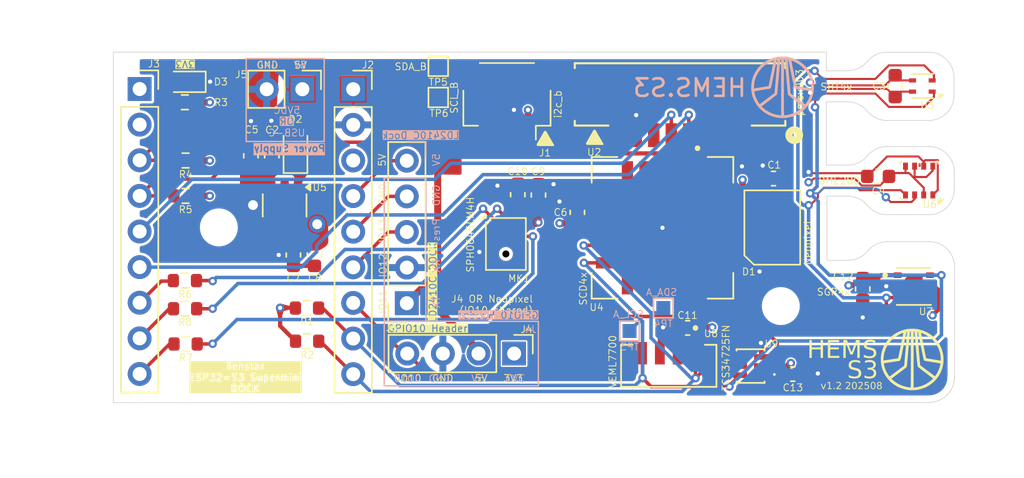
<source format=kicad_pcb>
(kicad_pcb (version 20241229) (generator "pcbnew") (generator_version "9.0")
  (title_block (title "Home Environmental Monitoring Suite") (date "2025-04-29") (rev "0.1r7") (comment 4 "AISLER Project ID: HXTEXJZG"))
  (layers (0 "F.Cu" signal) (4 "In1.Cu" signal) (6 "In2.Cu" signal) (2 "B.Cu" signal) (13 "F.Paste" user) (15 "B.Paste" user) (5 "F.SilkS" user "F.Silkscreen") (7 "B.SilkS" user "B.Silkscreen") (1 "F.Mask" user) (3 "B.Mask" user) (25 "Edge.Cuts" user))
  (net 0 "")
  (net 1 "GND")
  (net 2 "+5V")
  (net 3 "+3.3V")
  (net 4 "/I2S_WS")
  (net 5 "/I2S_SCK ")
  (net 6 "/I2S_SD")
  (net 7 "/UART_B_RX")
  (net 8 "/UART_B_TX")
  (net 9 "/UART_A_TX")
  (net 10 "/UART_A_RX")
  (net 11 "/I2C_B_SCL")
  (net 12 "/I2C_A_SDA")
  (net 13 "/IO10")
  (net 14 "/I2C_A_SCL")
  (net 15 "/I2C_B_SDA")
  (net 16 "/PRESENCE")
  (net 34 "unconnected-(U7-EXP-Pad7)")
  (net 42 "Net-(MK1-WS)")
  (net 43 "Net-(MK1-BCLK)")
  (net 44 "Net-(MK1-DATA)")
  (net 45 "Net-(D3-A)")
  (footprint "Custom_Modules:XDCR_SCD41-D-R2" (layer "F.Cu") (at 130.64 77.7 -90)
    (property "Reference" "U4")
    (property "Value" "SCD41-D-R2")
  )
  (footprint "Connector_PinSocket_2.54mm:PinSocket_1x09_P2.54mm_Vertical" (layer "F.Cu") (at 93.3546 67.804)
    (property "Reference" "J3")
    (property "Value" "ESP32-S3 Supermini LHS")
  )
  (footprint "Connector_PinSocket_2.54mm:PinSocket_1x09_P2.54mm_Vertical" (layer "F.Cu") (at 108.5832 67.818)
    (property "Reference" "J2")
    (property "Value" "ESP32-S3 Supermini RHS")
  )
  (footprint "Capacitor_SMD:C_0603_1608Metric" (layer "F.Cu") (at 101.29 72.565 90)
    (property "Reference" "C5")
    (property "Value" "4.7uF")
  )
  (footprint "Resistor_SMD:R_0603_1608Metric" (layer "F.Cu") (at 105.2985 85.7885)
    (property "Reference" "R2")
    (property "Value" "4.7k")
  )
  (footprint "Custom_Modules:XDCR_SGP41-D-R4" (layer "F.Cu") (at 148.5669 81.8794)
    (property "Reference" "U7")
    (property "Value" "SGP41-D-R4")
  )
  (footprint "Diode_SMD:D_SOD-323" (layer "F.Cu") (at 104.4684 72.1868 90)
    (property "Reference" "D2")
    (property "Value" "PESD5V0S1UL")
  )
  (footprint "Capacitor_SMD:C_0603_1608Metric" (layer "F.Cu") (at 146.01918 74.0356 180)
    (property "Reference" "C4")
    (property "Value" "100nF")
  )
  (footprint "Resistor_SMD:R_0603_1608Metric" (layer "F.Cu") (at 96.583 81.4652 180)
    (property "Reference" "R6")
    (property "Value" "51Ω")
  )
  (footprint "MountingHole:MountingHole_2.2mm_M2" (layer "F.Cu") (at 139.078 83.2812)
    (property "Reference" "H2" (hide yes))
    (property "Value" "MountingHole" (hide yes))
  )
  (footprint "Connector_PinHeader_2.54mm:PinHeader_1x04_P2.54mm_Vertical" (layer "F.Cu") (at 120.06 86.67 -90)
    (property "Reference" "J4")
    (property "Value" "IO10")
  )
  (footprint "LED_SMD:LED_0603_1608Metric" (layer "F.Cu") (at 96.5818 67.2892 180)
    (property "Reference" "D3")
    (property "Value" "3V3 LED")
  )
  (footprint "Capacitor_SMD:C_0603_1608Metric" (layer "F.Cu") (at 124.57 76.601 90)
    (property "Reference" "C6")
    (property "Value" "100nF")
  )
  (footprint "Sensor_Humidity:Sensirion_DFN-4_1.5x1.5mm_P0.8mm_SHT4x_NoCentralPad" (layer "F.Cu") (at 149.1725 67.59 180)
    (property "Reference" "U3")
    (property "Value" "SHT4x")
  )
  (footprint "Package_TO_SOT_SMD:SOT-23-5" (layer "F.Cu") (at 103.6938 76.1036 -90)
    (property "Reference" "U5")
    (property "Value" "AP2112K-3.3")
  )
  (footprint "Capacitor_SMD:C_0603_1608Metric" (layer "F.Cu") (at 121.795 75.365 90)
    (property "Reference" "C9")
    (property "Value" "100nF")
  )
  (footprint "Capacitor_SMD:C_0603_1608Metric" (layer "F.Cu") (at 139.93 88.13)
    (property "Reference" "C13")
    (property "Value" "100nF")
  )
  (footprint "Sensor_Audio:Knowles_SPH0645LM4H-6_3.5x2.65mm" (layer "F.Cu") (at 119.473197 78.854)
    (property "Reference" "MK1")
    (property "Value" "SPH0645LM4H")
  )
  (footprint "Resistor_SMD:R_0603_1608Metric" (layer "F.Cu") (at 96.5936 83.4718 180)
    (property "Reference" "R8")
    (property "Value" "51Ω")
  )
  (footprint "Resistor_SMD:R_0603_1608Metric" (layer "F.Cu") (at 96.5794 68.7492 180)
    (property "Reference" "R3")
    (property "Value" "2.2k")
  )
  (footprint "TestPoint:TestPoint_Pad_1.0x1.0mm" (layer "F.Cu") (at 114.65 66.18)
    (property "Reference" "TP5")
    (property "Value" "TP_SDA")
  )
  (footprint "Capacitor_SMD:C_0603_1608Metric" (layer "F.Cu") (at 132.435 84.84 180)
    (property "Reference" "C11")
    (property "Value" "100nF")
  )
  (footprint "Capacitor_SMD:C_0603_1608Metric" (layer "F.Cu") (at 144.92 82.062 -90)
    (property "Reference" "C12")
    (property "Value" "100nF")
  )
  (footprint "Custom_Modules:XDCR_VEML7700-TT" (layer "F.Cu") (at 131.0876 87.5438 -90)
    (property "Reference" "U8")
    (property "Value" "VEML7700-TT")
  )
  (footprint "Capacitor_SMD:C_0603_1608Metric" (layer "F.Cu") (at 138.557 74.188 180)
    (property "Reference" "C1")
    (property "Value" "100nF")
  )
  (footprint "TestPoint:TestPoint_Pad_1.0x1.0mm" (layer "F.Cu") (at 114.65 68.4044)
    (property "Reference" "TP6")
    (property "Value" "TP_SCL")
  )
  (footprint "Resistor_SMD:R_0603_1608Metric" (layer "F.Cu") (at 96.63 75.425 180)
    (property "Reference" "R5")
    (property "Value" "4.7k")
  )
  (footprint "LED_SMD:LED_WS2812B-Mini_PLCC4_3.5x3.5mm" (layer "F.Cu") (at 138.469 77.681 -90)
    (property "Reference" "D1")
    (property "Value" "WS2812B")
  )
  (footprint "Connector_PinHeader_2.54mm:PinHeader_1x02_P2.54mm_Vertical" (layer "F.Cu") (at 104.9578 67.818 -90)
    (property "Reference" "J5")
    (property "Value" "5V power supply")
  )
  (footprint "Package_LGA:Bosch_LGA-8_2.5x2.5mm_P0.65mm_ClockwisePinNumbering" (layer "F.Cu") (at 148.94538 74.3314 180)
    (property "Reference" "U6")
    (property "Value" "BME280")
  )
  (footprint "Custom_Modules:APG" (layer "F.Cu") (at 148.45 87.09)
    (property "Reference" "G***" (hide yes))
    (property "Value" "LOGO" (hide yes))
  )
  (footprint "Custom_Modules:SON65P200X240X70-6N" (layer "F.Cu") (at 136.92 87.56 180)
    (property "Reference" "U9")
    (property "Value" "TCS34725FN")
  )
  (footprint "Capacitor_SMD:C_0603_1608Metric" (layer "F.Cu") (at 102.78 72.565 90)
    (property "Reference" "C2")
    (property "Value" "100nF")
  )
  (footprint "Capacitor_SMD:C_0603_1608Metric" (layer "F.Cu") (at 104.32 79.64 -90)
    (property "Reference" "C7")
    (property "Value" "4.7uF")
  )
  (footprint "Connector_JST:JST_SH_SM04B-SRSS-TB_1x04-1MP_P1.00mm_Horizontal" (layer "F.Cu") (at 119.5482 68.6351 180)
    (property "Reference" "J1")
    (property "Value" "I2C_B QWIIC")
  )
  (footprint "MountingHole:MountingHole_2.2mm_M2" (layer "F.Cu") (at 99.0038 77.671)
    (property "Reference" "H1" (hide yes))
    (property "Value" "MountingHole")
  )
  (footprint "Custom_Modules:CONN_532610001-SD_08_MOL" (layer "F.Cu") (at 131.8922 68.1881)
    (property "Reference" "U2")
    (property "Value" "0532610871")
  )
  (footprint "Capacitor_SMD:C_0603_1608Metric" (layer "F.Cu") (at 120.32 75.34 90)
    (property "Reference" "C10")
    (property "Value" "200pF")
  )
  (footprint "Capacitor_SMD:C_0603_1608Metric" (layer "F.Cu") (at 147.2367 67.5988 -90)
    (property "Reference" "C3")
    (property "Value" "100nF")
  )
  (footprint "Resistor_SMD:R_0603_1608Metric" (layer "F.Cu") (at 96.6338 85.9864 180)
    (property "Reference" "R7")
    (property "Value" "51Ω")
  )
  (footprint "Resistor_SMD:R_0603_1608Metric" (layer "F.Cu") (at 105.2883 83.4263)
    (property "Reference" "R1")
    (property "Value" "4.7k")
  )
  (footprint "Resistor_SMD:R_0603_1608Metric" (layer "F.Cu") (at 96.63 72.9 180)
    (property "Reference" "R4")
    (property "Value" "4.7k")
  )
  (footprint "Connector_PinSocket_2.54mm:PinSocket_1x05_P2.54mm_Vertical" (layer "F.Cu") (at 112.408 83.078 180)
    (property "Reference" "J6")
    (property "Value" "Conn_01x05_Socket")
  )
  (footprint "Capacitor_SMD:C_0603_1608Metric" (layer "F.Cu") (at 105.82 79.64 -90)
    (property "Reference" "C8")
    (property "Value" "100nF")
  )
  (footprint "TestPoint:TestPoint_Pad_1.0x1.0mm" (layer "B.Cu") (at 130.7 83.42 180)
    (property "Reference" "TP4")
    (property "Value" "TP_SCL")
  )
  (footprint "Custom_Modules:APG" (layer "B.Cu") (at 139.2 67.6812 180)
    (property "Reference" "G***" (hide yes))
    (property "Value" "LOGO" (hide yes))
  )
  (footprint "TestPoint:TestPoint_Pad_1.0x1.0mm" (layer "B.Cu") (at 128.29 85.06 180)
    (property "Reference" "TP3")
    (property "Value" "TP_SDA")
  )
  (gr_line (start 151.072185 75.982127) (end 151.072113 75.982046) (stroke (width 0.0001)) (layer "F.SilkS"))
  (gr_line (start 151.072113 75.982046) (end 151.134577 75.930021) (stroke (width 0.0001)) (layer "F.SilkS"))
  (gr_poly (pts (xy 125.284 71.69) (xy 126.3 71.69) (xy 125.792 70.801)) (stroke (width 0.2)) (fill yes) (layer "F.SilkS"))
  (gr_line (start 151.134577 75.930021) (end 151.072185 75.982127) (stroke (width 0.0001)) (layer "F.SilkS"))
  (gr_poly (pts (xy 121.765646 71.770631) (xy 122.781646 71.770631) (xy 122.273646 70.881631)) (stroke (width 0.2)) (fill yes) (layer "F.SilkS"))
  (gr_rect (start 110.7956 74.14) (end 113.77 84.3734) (stroke (width 0.1)) (fill no) (layer "B.SilkS"))
  (gr_line (start 112.44 71.55) (end 113.77 71.55) (stroke (width 0.1)) (layer "B.SilkS"))
  (gr_rect (start 110.7956 84.3734) (end 121.7884 88.9708) (stroke (width 0.1)) (fill no) (layer "B.SilkS"))
  (gr_rect (start 100.9526 65.6282) (end 106.5152 71.5464) (stroke (width 0.1)) (fill no) (layer "B.SilkS"))
  (gr_line (start 113.77 71.55) (end 113.77 72.64) (stroke (width 0.1)) (layer "B.SilkS"))
  (gr_arc (start 145.240008 65.84) (mid 145.865745 65.352009) (end 146.640008 65.178232) (stroke (width 0.05)) (layer "Edge.Cuts"))
  (gr_arc (start 143.8552 75.441463) (mid 144.629464 75.615238) (end 145.2552 76.103231) (stroke (width 0.05)) (layer "Edge.Cuts"))
  (gr_arc (start 145.284263 79.350001) (mid 144.658526 79.837992) (end 143.884263 80.011769) (stroke (width 0.05)) (layer "Edge.Cuts"))
  (gr_line (start 143.82 68.715) (end 142.32 68.715) (stroke (width 0.05)) (layer "Edge.Cuts"))
  (gr_arc (start 143.84 68.720863) (mid 144.614264 68.894638) (end 145.24 69.382631) (stroke (width 0.05)) (layer "Edge.Cuts"))
  (gr_line (start 149.63 65.18) (end 146.63 65.18) (stroke (width 0.05)) (layer "Edge.Cuts"))
  (gr_arc (start 149.645 71.904999) (mid 150.917793 72.432207) (end 151.445 73.704999) (stroke (width 0.05)) (layer "Edge.Cuts"))
  (gr_arc (start 145.255208 72.565) (mid 144.629471 73.052991) (end 143.855208 73.226768) (stroke (width 0.05)) (layer "Edge.Cuts"))
  (gr_line (start 151.445 73.705007) (end 151.445 74.955007) (stroke (width 0.05)) (layer "Edge.Cuts"))
  (gr_line (start 143.83 66.501767) (end 142.33 66.501767) (stroke (width 0.05)) (layer "Edge.Cuts"))
  (gr_line (start 143.87 80.02) (end 142.37 80.02) (stroke (width 0.05)) (layer "Edge.Cuts"))
  (gr_line (start 91.476105 90.175) (end 91.476105 65.175) (stroke (width 0.05)) (layer "Edge.Cuts"))
  (gr_arc (start 151.445 74.965) (mid 150.917792 76.237792) (end 149.645 76.765) (stroke (width 0.05)) (layer "Edge.Cuts"))
  (gr_line (start 149.644992 76.765) (end 146.644992 76.765) (stroke (width 0.05)) (layer "Edge.Cuts"))
  (gr_line (start 142.37 80.015) (end 142.37 75.44) (stroke (width 0.05)) (layer "Edge.Cuts"))
  (gr_line (start 143.841199 73.226768) (end 142.3412 73.228624) (stroke (width 0.05)) (layer "Edge.Cuts"))
  (gr_arc (start 145.259472 72.564999) (mid 145.885209 72.077008) (end 146.659472 71.903231) (stroke (width 0.05)) (layer "Edge.Cuts"))
  (gr_line (start 142.32 73.229115) (end 142.32 68.715) (stroke (width 0.05)) (layer "Edge.Cuts"))
  (gr_line (start 151.43 66.980008) (end 151.43 68.230008) (stroke (width 0.05)) (layer "Edge.Cuts"))
  (gr_arc (start 151.43 68.2444) (mid 150.902792 69.517192) (end 149.63 70.0444) (stroke (width 0.05)) (layer "Edge.Cuts"))
  (gr_arc (start 149.67 78.69) (mid 150.942792 79.217208) (end 151.47 80.49) (stroke (width 0.05)) (layer "Edge.Cuts"))
  (gr_arc (start 145.284263 79.35) (mid 145.91 78.862008) (end 146.684263 78.688232) (stroke (width 0.05)) (layer "Edge.Cuts"))
  (gr_arc (start 151.460008 88.35) (mid 150.9328 89.622792) (end 149.660008 90.15) (stroke (width 0.05)) (layer "Edge.Cuts"))
  (gr_line (start 143.892 75.44) (end 142.392 75.44) (stroke (width 0.05)) (layer "Edge.Cuts"))
  (gr_line (start 151.47 80.49) (end 151.47 88.35) (stroke (width 0.05)) (layer "Edge.Cuts"))
  (gr_arc (start 149.63 65.18) (mid 150.902792 65.707208) (end 151.43 66.98) (stroke (width 0.05)) (layer "Edge.Cuts"))
  (gr_arc (start 146.659464 76.765) (mid 145.8852 76.591224) (end 145.259464 76.103232) (stroke (width 0.05)) (layer "Edge.Cuts"))
  (gr_line (start 149.629992 70.0444) (end 146.629992 70.0444) (stroke (width 0.05)) (layer "Edge.Cuts"))
  (gr_line (start 91.48 65.1764) (end 142.32999 65.1764) (stroke (width 0.05)) (layer "Edge.Cuts"))
  (gr_arc (start 146.64 70.0444) (mid 145.865736 69.870624) (end 145.24 69.382632) (stroke (width 0.05)) (layer "Edge.Cuts"))
  (gr_line (start 149.645 71.904999) (end 146.645 71.904999) (stroke (width 0.05)) (layer "Edge.Cuts"))
  (gr_line (start 142.32999 65.177282) (end 142.32999 66.490882) (stroke (width 0.05)) (layer "Edge.Cuts"))
  (gr_line (start 149.67 78.69) (end 146.67 78.69) (stroke (width 0.05)) (layer "Edge.Cuts"))
  (gr_arc (start 145.240008 65.840001) (mid 144.614271 66.327992) (end 143.840008 66.501769) (stroke (width 0.05)) (layer "Edge.Cuts"))
  (gr_line (start 149.660008 90.158709) (end 91.476105 90.175) (stroke (width 0.05)) (layer "Edge.Cuts"))
  (gr_text "v1.2 202508" (at 141.91 89.29 0) (layer "F.SilkS") (effects (font (size 0.5 0.5) (thickness 0.09375)) (justify left bottom)))
  (gr_text "SCL_B" (at 116.078 69.596 90) (layer "F.SilkS") (effects (font (size 0.5 0.5) (thickness 0.0625)) (justify left bottom)))
  (gr_text "GND" (at 110.99 76.1 90) (layer "F.SilkS") (effects (font (size 0.5 0.5) (thickness 0.0625)) (justify left bottom)))
  (gr_text "TCS34725FN" (at 135.46 89.35 90) (layer "F.SilkS") (effects (font (size 0.5 0.5) (thickness 0.0625)) (justify left bottom)))
  (gr_text "i2c_b" (at 123.4824 69.9208 90) (layer "F.SilkS") (effects (font (size 0.5 0.5) (thickness 0.0625)) (justify left bottom)))
  (gr_text "GPIO10 Header" (at 111.01 85.17 0) (layer "F.SilkS" knockout) (effects (font (size 0.5 0.5) (thickness 0.0625)) (justify left bottom)))
  (gr_text "IO11" (at 111 83.88 90) (layer "F.SilkS") (effects (font (size 0.5 0.5) (thickness 0.0625)) (justify left bottom)))
  (gr_text "3V3" (at 97.3204 65.7298 180) (layer "F.SilkS" knockout) (effects (font (size 0.5 0.5) (thickness 0.0625)) (justify left bottom)))
  (gr_text "IO13" (at 110.99 78.82 90) (layer "F.SilkS") (effects (font (size 0.5 0.5) (thickness 0.0625)) (justify left bottom)))
  (gr_text "IO12" (at 111 81.28 90) (layer "F.SilkS") (effects (font (size 0.5 0.5) (thickness 0.0625)) (justify left bottom)))
  (gr_text "GND   5V" (at 101.674 66.3892 0) (layer "F.SilkS") (effects (font (size 0.5 0.5) (thickness 0.0625)) (justify left bottom)))
  (gr_text "VEML7700" (at 127.38 89.16 90) (layer "F.SilkS") (effects (font (size 0.5 0.5) (thickness 0.0625)) (justify left bottom)))
  (gr_text "SGP4x" (at 141.618 82.57 0) (layer "F.SilkS") (effects (font (size 0.5 0.5) (thickness 0.0625)) (justify left bottom)))
  (gr_text "J4 OR Neopixel\n(IO10 shared)" (at 121.4504 83.1796 0) (layer "F.SilkS") (effects (font (size 0.5 0.5) (thickness 0.0625)) (justify right)))
  (gr_text "HEMS" (at 140.946029 87.192 0) (layer "F.SilkS") (effects (font (size 1.25 1.25) (thickness 0.1875)) (justify left bottom)))
  (gr_text "S3" (at 143.8024 88.64 0) (layer "F.SilkS") (effects (font (size 1.25 1.25) (thickness 0.1875)) (justify left bottom)))
  (gr_text "SPH0645LM4H" (at 117.234 80.919 90) (layer "F.SilkS") (effects (font (size 0.5 0.5) (thickness 0.0625)) (justify left bottom)))
  (gr_text "BME280" (at 141.72 74.64 0) (layer "F.SilkS") (effects (font (size 0.5 0.5) (thickness 0.0625)) (justify left bottom)))
  (gr_text "SHT4x" (at 141.86 67.94 0) (layer "F.SilkS") (effects (font (size 0.5 0.5) (thickness 0.0625)) (justify left bottom)))
  (gr_text "SDA_B" (at 111.506 66.4972 0) (layer "F.SilkS") (effects (font (size 0.5 0.5) (thickness 0.0625)) (justify left bottom)))
  (gr_text "SCD4x" (at 125.28 83.27 90) (layer "F.SilkS") (effects (font (size 0.5 0.5) (thickness 0.0625)) (justify left bottom)))
  (gr_text "IO10  GND    5V   3V3" (at 111.69 88.73 0) (layer "F.SilkS") (effects (font (size 0.5 0.5) (thickness 0.0625)) (justify left bottom)))
  (gr_text "5V" (at 110.94 73.36 90) (layer "F.SilkS") (effects (font (size 0.5 0.5) (thickness 0.0625)) (justify left bottom)))
  (gr_text "Tenstar\nESP32-S3 Supermini\nDOCK" (at 100.9 89.47 0) (layer "F.SilkS" knockout) (effects (font (size 0.5 0.5) (thickness 0.0625)) (justify bottom)))
  (gr_text "Neopixel" (at 141.29 80.41 90) (layer "F.SilkS") (effects (font (size 0.5 0.5) (thickness 0.0625)) (justify left bottom)))
  (gr_text "pmsx003" (at 140.72 69.78 90) (layer "F.SilkS") (effects (font (size 0.5 0.5) (thickness 0.0625)) (justify left bottom)))
  (gr_text "LD2410C DOCK" (at 114.56 81.59 90) (layer "F.SilkS" knockout) (effects (font (size 0.5 0.5) (thickness 0.0625)) (justify bottom)))
  (gr_text "OR" (at 103.85 70.12 0) (layer "B.SilkS" knockout) (effects (font (size 0.5 0.5) (thickness 0.0625)) (justify mirror)))
  (gr_text "LD2410C Dock" (at 113.41 71.41 0) (layer "B.SilkS" knockout) (effects (font (size 0.5 0.5) (thickness 0.0625)) (justify bottom mirror)))
  (gr_text "3V3    5V    GND  IO10" (at 120.86 88.7422 0) (layer "B.SilkS") (effects (font (size 0.5 0.5) (thickness 0.0625)) (justify left bottom mirror)))
  (gr_text "Pres" (at 114.8 76.99 90) (layer "B.SilkS") (effects (font (size 0.5 0.5) (thickness 0.0625)) (justify left bottom mirror)))
  (gr_text "SDA_A" (at 131.72 82.59 0) (layer "B.SilkS") (effects (font (size 0.5 0.5) (thickness 0.0625)) (justify left bottom mirror)))
  (gr_text "5VDC\n\nUSB-C" (at 103.8482 70.124 0) (layer "B.SilkS") (effects (font (size 0.5 0.5) (thickness 0.0625)) (justify mirror)))
  (gr_text "GPIO10 Header" (at 121.85 84.23 0) (layer "B.SilkS" knockout) (effects (font (size 0.5 0.5) (thickness 0.0625)) (justify left bottom mirror)))
  (gr_text "GND" (at 114.8 74.58 90) (layer "B.SilkS") (effects (font (size 0.5 0.5) (thickness 0.0625)) (justify left bottom mirror)))
  (gr_text "TX" (at 114.8 82.54 90) (layer "B.SilkS") (effects (font (size 0.5 0.5) (thickness 0.0625)) (justify left bottom mirror)))
  (gr_text "RX" (at 114.8 79.9 90) (layer "B.SilkS") (effects (font (size 0.5 0.5) (thickness 0.0625)) (justify left bottom mirror)))
  (gr_text "5V   GND" (at 103.4672 66.0854 0) (layer "B.SilkS") (effects (font (size 0.5 0.5) (thickness 0.0625)) (justify mirror)))
  (gr_text "HEMS.S3" (at 136.72 68.45 0) (layer "B.SilkS") (effects (font (size 1.25 1.25) (thickness 0.1875)) (justify left bottom mirror)))
  (gr_text "SCL_A" (at 129.35 84.16 0) (layer "B.SilkS") (effects (font (size 0.5 0.5) (thickness 0.0625)) (justify left bottom mirror)))
  (gr_text "5V" (at 114.8 72.36 90) (layer "B.SilkS") (effects (font (size 0.5 0.5) (thickness 0.0625)) (justify left bottom mirror)))
  (gr_text "Power Supply" (at 106.65 72.33 0) (layer "B.SilkS" knockout) (effects (font (size 0.5 0.5) (thickness 0.1) (bold yes)) (justify left bottom mirror)))
  (gr_text "J4" (at 121.7044 85.237 0) (layer "B.SilkS") (effects (font (size 0.5 0.5) (thickness 0.0625)) (justify left bottom mirror)))
  (segment (start 149.92038 75.3564) (end 150.27138 75.0054) (width 0.15) (layer "F.Cu") (net 1))
  (segment (start 125.196 75.2) (end 124.57 75.826) (width 0.3) (layer "F.Cu") (net 1))
  (segment (start 137.782 74.188) (end 137.782 73.268) (width 0.3) (layer "F.Cu") (net 1))
  (segment (start 146.66658 72.6132) (end 145.24418 74.0356) (width 0.15) (layer "F.Cu") (net 1))
  (segment (start 137.579 80.801) (end 137.56 80.82) (width 0.3) (layer "F.Cu") (net 1))
  (segment (start 148.888774 72.6132) (end 146.66658 72.6132) (width 0.15) (layer "F.Cu") (net 1))
  (segment (start 150.27138 75.0054) (end 150.27138 72.8804) (width 0.15) (layer "F.Cu") (net 1))
  (segment (start 130.4526 85.0274) (end 130.68 84.8) (width 0.3) (layer "F.Cu") (net 1))
  (segment (start 103.242799 76.0796) (end 101.6302 76.0796) (width 0.5) (layer "F.Cu") (net 1))
  (segment (start 103.27 79.64) (end 103.545 79.64) (width 0.3) (layer "F.Cu") (net 1))
  (segment (start 121.795 74.59) (end 122.87 74.59) (width 0.3) (layer "F.Cu") (net 1))
  (segment (start 145.012935 73.804355) (end 145.24418 74.0356) (width 0.15) (layer "F.Cu") (net 1))
  (segment (start 137.67 86.91) (end 137.67 85.92) (width 0.3) (layer "F.Cu") (net 1))
  (segment (start 146.6043 81.867902) (end 146.5983 81.867902) (width 0.3) (layer "F.Cu") (net 1))
  (segment (start 137.67 85.92) (end 137.66 85.91) (width 0.3) (layer "F.Cu") (net 1))
  (segment (start 150.27138 72.8804) (end 149.384786 72.8804) (width 0.15) (layer "F.Cu") (net 1))
  (segment (start 130.72 84.84) (end 130.68 84.8) (width 0.3) (layer "F.Cu") (net 1))
  (segment (start 98.3793 67.2792) (end 97.4299 67.2792) (width 0.3) (layer "F.Cu") (net 1))
  (segment (start 103.6938 75.628599) (end 103.242799 76.0796) (width 0.5) (layer "F.Cu") (net 1))
  (segment (start 144.92 82.837) (end 144.92 84.094) (width 0.3) (layer "F.Cu") (net 1))
  (segment (start 137.579 79.321) (end 137.579 80.801) (width 0.3) (layer "F.Cu") (net 1))
  (segment (start 103.545 79.64) (end 104.32 80.415) (width 0.3) (layer "F.Cu") (net 1))
  (segment (start 118.87 74.696) (end 119.97 74.696) (width 0.3) (layer "F.Cu") (net 1))
  (segment (start 141.424 67.796) (end 146.6589 67.796) (width 0.15) (layer "F.Cu") (net 1))
  (segment (start 146.5267 81.796302) (end 146.5983 81.867902) (width 0.3) (layer "F.Cu") (net 1))
  (segment (start 146.6589 67.796) (end 147.2367 68.3738) (width 0.15) (layer "F.Cu") (net 1))
  (segment (start 148.974 73.292234) (end 148.974 73.165234) (width 0.15) (layer "F.Cu") (net 1))
  (segment (start 124.57 75.826) (end 123.295 75.826) (width 0.3) (layer "F.Cu") (net 1))
  (segment (start 149.85958 75.2548) (end 149.85958 75.163055) (width 0.15) (layer "F.Cu") (net 1))
  (segment (start 141.158417 73.72) (end 141.242772 73.804355) (width 0.15) (layer "F.Cu") (net 1))
  (segment (start 140.9296 88.1) (end 141.7096 88.1) (width 0.3) (layer "F.Cu") (net 1))
  (segment (start 104.4684 71.1368) (end 104.4668 71.1368) (width 0.3) (layer "F.Cu") (net 1))
  (segment (start 147.6205 67.99) (end 148.4725 67.99) (width 0.15) (layer "F.Cu") (net 1))
  (segment (start 147.4054 81.867902) (end 147.4169 81.879402) (width 0.3) (layer "F.Cu") (net 1))
  (segment (start 105.82 80.415) (end 104.32 80.415) (width 0.3) (layer "F.Cu") (net 1))
  (segment (start 103.6938 75.628599) (end 103.6938 74.9661) (width 0.5) (layer "F.Cu") (net 1))
  (segment (start 126.64 75.2) (end 125.196 75.2) (width 0.3) (layer "F.Cu") (net 1))
  (segment (start 128.8894 78.61) (end 128.8894 78.352418) (width 0.3) (layer "F.Cu") (net 1))
  (segment (start 137.782 73.268) (end 137.79 73.26) (width 0.3) (layer "F.Cu") (net 1))
  (segment (start 149.384786 72.8804) (end 149.27038 72.994806) (width 0.15) (layer "F.Cu") (net 1))
  (segment (start 147.2367 68.3738) (end 147.6205 67.99) (width 0.15) (layer "F.Cu") (net 1))
  (segment (start 146.6043 81.867902) (end 147.4054 81.867902) (width 0.3) (layer "F.Cu") (net 1))
  (segment (start 149.27038 72.994806) (end 148.888774 72.6132) (width 0.15) (layer "F.Cu") (net 1))
  (segment (start 131.66 84.84) (end 130.72 84.84) (width 0.3) (layer "F.Cu") (net 1))
  (segment (start 128.7656 69.6668) (end 128.7656 71.1634) (width 0.3) (layer "F.Cu") (net 1))
  (segment (start 134.64 75.2) (end 134.6426 75.1974) (width 0.3) (layer "F.Cu") (net 1))
  (segment (start 120.0482 69.2901) (end 120.0482 70.6351) (width 0.3) (layer "F.Cu") (net 1))
  (segment (start 130.4526 86.6438) (end 130.4526 85.0274) (width 0.3) (layer "F.Cu") (net 1))
  (segment (start 141.242772 73.804355) (end 145.012935 73.804355) (width 0.15) (layer "F.Cu") (net 1))
  (segment (start 134.64 75.2) (end 134.64 74.990559) (width 0.3) (layer "F.Cu") (net 1))
  (segment (start 149.27038 72.994806) (end 149.27038 73.3064) (width 0.15) (layer "F.Cu") (net 1))
  (segment (start 134.64 74.990559) (end 136.310559 73.32) (width 0.3) (layer "F.Cu") (net 1))
  (segment (start 141.16 68.06) (end 141.424 67.796) (width 0.15) (layer "F.Cu") (net 1))
  (via (at 101.44 76.0796) (size 1.2) (drill 0.7) (layers "F.Cu" "B.Cu") (net 1))
  (via (at 144.92 84.094) (size 0.6) (drill 0.3) (layers "F.Cu" "B.Cu") (net 1))
  (via (at 130.64 77.7) (size 0.6) (drill 0.3) (layers "F.Cu" "B.Cu") (net 1))
  (via (at 122.87 74.59) (size 0.6) (drill 0.3) (layers "F.Cu" "B.Cu") (net 1))
  (via (at 103.27 79.64) (size 0.6) (drill 0.3) (layers "F.Cu" "B.Cu") (net 1))
  (via (at 123.295 75.826) (size 0.6) (drill 0.3) (layers "F.Cu" "B.Cu") (net 1))
  (via (at 137.79 73.26) (size 0.6) (drill 0.3) (layers "F.Cu" "B.Cu") (net 1))
  (via (at 128.7656 69.6668) (size 0.6) (drill 0.3) (layers "F.Cu" "B.Cu") (net 1))
  (via (at 130.68 84.8) (size 0.6) (drill 0.3) (layers "F.Cu" "B.Cu") (net 1))
  (via (at 120.0482 69.2901) (size 0.6) (drill 0.3) (layers "F.Cu" "B.Cu") (net 1))
  (via (at 117.580784 79.425279) (size 0.6) (drill 0.3) (layers "F.Cu" "B.Cu") (net 1))
  (via (at 118.87 74.696) (size 0.6) (drill 0.3) (layers "F.Cu" "B.Cu") (net 1))
  (via (at 141.7196 88.09) (size 0.6) (drill 0.3) (layers "F.Cu" "B.Cu") (net 1))
  (via (at 101.295 70.09) (size 0.6) (drill 0.3) (layers "F.Cu" "B.Cu") (net 1))
  (via (at 136.310559 73.32) (size 0.6) (drill 0.3) (layers "F.Cu" "B.Cu") (net 1))
  (via (at 137.66 85.91) (size 0.6) (drill 0.3) (layers "F.Cu" "B.Cu") (net 1))
  (via (at 146.5983 81.867902) (size 0.6) (drill 0.3) (layers "F.Cu" "B.Cu") (net 1))
  (via (at 102.745 70.065) (size 0.6) (drill 0.3) (layers "F.Cu" "B.Cu") (net 1))
  (via (at 98.3793 67.2792) (size 0.6) (drill 0.3) (layers "F.Cu" "B.Cu") (net 1))
  (via (at 141.057617 73.72) (size 0.6) (drill 0.3) (layers "F.Cu" "B.Cu") (net 1))
  (via (at 141.16 68.06) (size 0.6) (drill 0.3) (layers "F.Cu" "B.Cu") (net 1))
  (via (at 137.56 80.82) (size 0.6) (drill 0.3) (layers "F.Cu" "B.Cu") (net 1))
  (segment (start 114.6093 72.3945) (end 127.4603 72.3945) (width 0.5) (layer "F.Cu") (net 2))
  (segment (start 106.9146 71.5972) (end 109.6718 71.5972) (width 0.25) (layer "F.Cu") (net 2))
  (segment (start 112.408 83.078) (end 114.6093 80.8767) (width 0.5) (layer "F.Cu") (net 2))
  (segment (start 139.359 73.821899) (end 139.359 76.041) (width 0.3) (layer "F.Cu") (net 2))
  (segment (start 114.6093 83.5193) (end 114.6093 72.3945) (width 0.5) (layer "F.Cu") (net 2))
  (segment (start 127.4956 72.3592) (end 127.4603 72.3945) (width 0.5) (layer "F.Cu") (net 2))
  (segment (start 137.931601 72.3945) (end 139.359 73.821899) (width 0.3) (layer "F.Cu") (net 2))
  (segment (start 114.6093 80.8767) (end 114.6093 72.3945) (width 0.3) (layer "F.Cu") (net 2))
  (segment (start 127.4603 72.3945) (end 137.931601 72.3945) (width 0.3) (layer "F.Cu") (net 2))
  (segment (start 127.4956 71.2083) (end 127.4956 72.3592) (width 0.5) (layer "F.Cu") (net 2))
  (segment (start 117.76 86.67) (end 114.6093 83.5193) (width 0.5) (layer "F.Cu") (net 2))
  (segment (start 141.427 74.183) (end 144.343246 74.183) (width 0.15) (layer "F.Cu") (net 3))
  (segment (start 146.5294 81.0794) (end 146.2234 81.0794) (width 0.3) (layer "F.Cu") (net 3))
  (segment (start 150.3229 83.5171) (end 149.8984 83.9416) (width 0.3) (layer "F.Cu") (net 3))
  (segment (start 121.0482 69.2901) (end 121.0482 70.6351) (width 0.3) (layer "F.Cu") (net 3))
  (segment (start 146.5294 81.0794) (end 146.52 81.07) (width 0.3) (layer "F.Cu") (net 3))
  (segment (start 121.77 76.115) (end 121.795 76.14) (width 0.3) (layer "F.Cu") (net 3))
  (segment (start 98.32 72.91) (end 97.435 72.91) (width 0.3) (layer "F.Cu") (net 3))
  (segment (start 126.64 76.45) (end 125.496 76.45) (width 0.3) (layer "F.Cu") (net 3))
  (segment (start 103.3717 84.6925) (end 104.4487 85.7695) (width 0.3) (layer "F.Cu") (net 3))
  (segment (start 136.35 75.09) (end 136.35 74.27) (width 0.3) (layer "F.Cu") (net 3))
  (segment (start 141.425 67.545) (end 146.5155 67.545) (width 0.15) (layer "F.Cu") (net 3))
  (segment (start 144.846846 74.6866) (end 146.14318 74.6866) (width 0.15) (layer "F.Cu") (net 3))
  (segment (start 120.373197 77.49) (end 121.62 77.49) (width 0.3) (layer "F.Cu") (net 3))
  (segment (start 98.3586 68.7492) (end 98.3618 68.7524) (width 0.3) (layer "F.Cu") (net 3))
  (segment (start 148.4725 67.19) (end 147.6029 67.19) (width 0.15) (layer "F.Cu") (net 3))
  (segment (start 149.27038 75.3564) (end 149.27038 74.842566) (width 0.15) (layer "F.Cu") (net 3))
  (segment (start 98.3625 75.425) (end 97.4775 75.425) (width 0.3) (layer "F.Cu") (net 3))
  (segment (start 97.4044 68.7492) (end 98.3586 68.7492) (width 0.3) (layer "F.Cu") (net 3))
  (segment (start 147.6029 67.19) (end 147.2367 66.8238) (width 0.15) (layer "F.Cu") (net 3))
  (segment (start 131.7226 86.6438) (end 131.7226 86.1938) (width 0.3) (layer "F.Cu") (net 3))
  (segment (start 147.95638 73.796186) (end 147.1552 73.796186) (width 0.15) (layer "F.Cu") (net 3))
  (segment (start 139.185 87.955) (end 139.795 87.345) (width 0.3) (layer "F.Cu") (net 3))
  (segment (start 125.496 76.45) (end 124.57 77.376) (width 0.3) (layer "F.Cu") (net 3))
  (segment (start 133.285 84.8) (end 134.195 84.8) (width 0.3) (layer "F.Cu") (net 3))
  (segment (start 141.16 74.45) (end 141.427 74.183) (width 0.15) (layer "F.Cu") (net 3))
  (segment (start 131.7226 86.1938) (end 133.0764 84.84) (width 0.3) (layer "F.Cu") (net 3))
  (segment (start 148.55958 73.2048) (end 148.55958 73.1298) (width 0.15) (layer "F.Cu") (net 3))
  (segment (start 133.0764 84.84) (end 133.21 84.84) (width 0.3) (layer "F.Cu") (net 3))
  (segment (start 121.795 77.315) (end 121.795 76.14) (width 0.3) (layer "F.Cu") (net 3))
  (segment (start 146.14318 74.6866) (end 146.79418 74.0356) (width 0.15) (layer "F.Cu") (net 3))
  (segment (start 121.795 77.315) (end 121.52 77.315) (width 0.3) (layer "F.Cu") (net 3))
  (segment (start 149.457517 74.077669) (end 149.92038 73.614806) (width 0.15) (layer "F.Cu") (net 3))
  (segment (start 149.85958 73.513206) (end 149.85958 73.2048) (width 0.15) (layer "F.Cu") (net 3))
  (segment (start 148.505483 74.077669) (end 148.224 73.796186) (width 0.15) (layer "F.Cu") (net 3))
  (segment (start 120.32 76.115) (end 119.995 76.115) (width 0.15) (layer "F.Cu") (net 3))
  (segment (start 149.7169 81.8794) (end 150.0539 81.8794) (width 0.3) (layer "F.Cu") (net 3))
  (segment (start 137.81 88.22) (end 138.6506 88.22) (width 0.3) (layer "F.Cu") (net 3))
  (segment (start 150.3229 82.1484) (end 150.3229 83.5171) (width 0.3) (layer "F.Cu") (net 3))
  (segment (start 121.52 77.315) (end 120.32 76.115) (width 0.3) (layer "F.Cu") (net 3))
  (segment (start 124.57 77.376) (end 123.295 77.376) (width 0.3) (layer "F.Cu") (net 3))
  (segment (start 147.97038 73.3064) (end 147.97038 73.782186) (width 0.15) (layer "F.Cu") (net 3))
  (segment (start 150.0539 81.8794) (end 150.3229 82.1484) (width 0.3) (layer "F.Cu") (net 3))
  (segment (start 146.2234 81.0794) (end 146.0158 81.287) (width 0.3) (layer "F.Cu") (net 3))
  (segment (start 147.4169 81.0794) (end 146.5294 81.0794) (width 0.3) (layer "F.Cu") (net 3))
  (segment (start 104.51 83.4) (end 103.4432 83.4) (width 0.3) (layer "F.Cu") (net 3))
  (segment (start 138.85 88.22) (end 138.85 88.02) (width 0.3) (layer "F.Cu") (net 3))
  (segment (start 144.343246 74.183) (end 144.846846 74.6866) (width 0.15) (layer "F.Cu") (net 3))
  (segment (start 148.62038 73.962772) (end 148.62038 73.3064) (width 0.15) (layer "F.Cu") (net 3))
  (segment (start 143.904 81.808) (end 144.399 81.808) (width 0.3) (layer "F.Cu") (net 3))
  (segment (start 121.62 77.49) (end 121.795 77.315) (width 0.3) (layer "F.Cu") (net 3))
  (segment (start 134.64 76.45) (end 134.99 76.45) (width 0.3) (layer "F.Cu") (net 3))
  (segment (start 147.90958 73.1298) (end 147.90958 73.2048) (width 0.15) (layer "F.Cu") (net 3))
  (segment (start 149.20958 75.2548) (end 149.20958 75.3818) (width 0.15) (layer "F.Cu") (net 3))
  (segment (start 148.224 73.796186) (end 147.95638 73.796186) (width 0.15) (layer "F.Cu") (net 3))
  (segment (start 148.505483 74.077669) (end 149.457517 74.077669) (width 0.15) (layer "F.Cu") (net 3))
  (segment (start 149.27038 74.842566) (end 148.505483 74.077669) (width 0.15) (layer "F.Cu") (net 3))
  (segment (start 134.99 76.45) (end 136.35 75.09) (width 0.3) (layer "F.Cu") (net 3))
  (segment (start 146.5155 67.545) (end 147.2367 66.8238) (width 0.15) (layer "F.Cu") (net 3))
  (segment (start 127.042 76.45) (end 126.64 76.45) (width 0.3) (layer "F.Cu") (net 3))
  (segment (start 141.22 67.34) (end 141.425 67.545) (width 0.15) (layer "F.Cu") (net 3))
  (segment (start 144.399 81.808) (end 144.92 81.287) (width 0.3) (layer "F.Cu") (net 3))
  (segment (start 146.0158 81.287) (end 144.92 81.287) (width 0.3) (layer "F.Cu") (net 3))
  (segment (start 103.3717 83.4073) (end 103.3717 84.6925) (width 0.3) (layer "F.Cu") (net 3))
  (via (at 143.904 81.808) (size 0.6) (drill 0.3) (layers "F.Cu" "B.Cu") (net 3))
  (via (at 106.0178 77.4446) (size 1.2) (drill 0.7) (layers "F.Cu" "B.Cu") (net 3))
  (via (at 123.295 77.376) (size 0.6) (drill 0.3) (layers "F.Cu" "B.Cu") (net 3))
  (via (at 141.16 67.34) (size 0.6) (drill 0.3) (layers "F.Cu" "B.Cu") (net 3))
  (via (at 149.8984 83.9416) (size 0.6) (drill 0.3) (layers "F.Cu" "B.Cu") (net 3))
  (via (at 134.195 84.8) (size 0.6) (drill 0.3) (layers "F.Cu" "B.Cu") (net 3))
  (via (at 98.3625 75.425) (size 0.6) (drill 0.3) (layers "F.Cu" "B.Cu") (net 3))
  (via (at 98.3618 68.7524) (size 0.6) (drill 0.3) (layers "F.Cu" "B.Cu") (net 3))
  (via (at 103.3717 83.4073) (size 0.6) (drill 0.3) (layers "F.Cu" "B.Cu") (net 3))
  (via (at 141.0592 74.45) (size 0.6) (drill 0.3) (layers "F.Cu" "B.Cu") (net 3))
  (via (at 121.0482 69.2901) (size 0.6) (drill 0.3) (layers "F.Cu" "B.Cu") (net 3))
  (via (at 139.795 87.345) (size 0.6) (drill 0.3) (layers "F.Cu" "B.Cu") (net 3))
  (via (at 136.35 74.27) (size 0.6) (drill 0.3) (layers "F.Cu" "B.Cu") (net 3))
  (via (at 121.795 77.315) (size 0.6) (drill 0.3) (layers "F.Cu" "B.Cu") (net 3))
  (via (at 98.3625 72.91) (size 0.6) (drill 0.3) (layers "F.Cu" "B.Cu") (net 3))
  (segment (start 93.3546 83.044) (end 94.8954 81.5032) (width 0.25) (layer "F.Cu") (net 4))
  (segment (start 94.8954 81.5032) (end 95.495 81.5032) (width 0.25) (layer "F.Cu") (net 4))
  (segment (start 93.3546 88.124) (end 95.4922 85.9864) (width 0.25) (layer "F.Cu") (net 5))
  (segment (start 93.3546 88.124) (end 93.3686 88.138) (width 0.25) (layer "F.Cu") (net 5))
  (segment (start 95.4922 85.9864) (end 95.8088 85.9864) (width 0.25) (layer "F.Cu") (net 5))
  (segment (start 93.3546 85.584) (end 95.4668 83.4718) (width 0.25) (layer "F.Cu") (net 6))
  (segment (start 95.4668 83.4718) (end 95.7686 83.4718) (width 0.25) (layer "F.Cu") (net 6))
  (segment (start 108.5832 75.438) (end 111.1032 72.918) (width 0.25) (layer "F.Cu") (net 7))
  (segment (start 111.1032 72.918) (end 112.408 72.918) (width 0.25) (layer "F.Cu") (net 7))
  (segment (start 108.5832 77.978) (end 111.1032 75.458) (width 0.25) (layer "F.Cu") (net 8))
  (segment (start 111.1032 75.458) (end 112.408 75.458) (width 0.25) (layer "F.Cu") (net 8))
  (segment (start 132.5172 69.6468) (end 132.5172 71.0926) (width 0.25) (layer "F.Cu") (net 9))
  (via (at 132.5172 69.6468) (size 0.6) (drill 0.3) (layers "F.Cu" "B.Cu") (net 9))
  (segment (start 93.3546 80.504) (end 104.882214 80.504) (width 0.25) (layer "B.Cu") (net 9))
  (segment (start 128.283 73.9094) (end 128.283 73.881) (width 0.25) (layer "B.Cu") (net 9))
  (segment (start 128.283 73.881) (end 132.5172 69.6468) (width 0.25) (layer "B.Cu") (net 9))
  (segment (start 108.142369 76.784) (end 114.968274 76.784) (width 0.25) (layer "B.Cu") (net 9))
  (segment (start 104.882214 80.504) (end 105.976369 79.409845) (width 0.25) (layer "B.Cu") (net 9))
  (segment (start 114.968274 76.784) (end 117.842874 73.9094) (width 0.25) (layer "B.Cu") (net 9))
  (segment (start 117.842874 73.9094) (end 128.283 73.9094) (width 0.25) (layer "B.Cu") (net 9))
  (segment (start 105.976369 79.409845) (end 105.976369 78.95) (width 0.25) (layer "B.Cu") (net 9))
  (segment (start 105.976369 78.95) (end 108.142369 76.784) (width 0.25) (layer "B.Cu") (net 9))
  (segment (start 131.2672 69.6468) (end 131.2672 71.0926) (width 0.25) (layer "F.Cu") (net 10))
  (via (at 131.2672 69.6468) (size 0.6) (drill 0.3) (layers "F.Cu" "B.Cu") (net 10))
  (segment (start 97.0746 74.244) (end 93.3546 77.964) (width 0.25) (layer "B.Cu") (net 10))
  (segment (start 114.4094 74.244) (end 115.5576 73.0958) (width 0.25) (layer "B.Cu") (net 10))
  (segment (start 127.8182 73.0958) (end 131.2672 69.6468) (width 0.25) (layer "B.Cu") (net 10))
  (segment (start 97.0746 74.244) (end 114.4094 74.244) (width 0.25) (layer "B.Cu") (net 10))
  (segment (start 115.5576 73.0958) (end 127.8182 73.0958) (width 0.25) (layer "B.Cu") (net 10))
  (segment (start 95.4844 75.424) (end 95.5234 75.463) (width 0.25) (layer "F.Cu") (net 11))
  (segment (start 93.3546 75.424) (end 95.4844 75.424) (width 0.25) (layer "F.Cu") (net 11))
  (segment (start 100.614726 66.2334) (end 103.5304 66.2334) (width 0.25) (layer "F.Cu") (net 11))
  (segment (start 98.475 74.225) (end 100.076 72.624) (width 0.25) (layer "F.Cu") (net 11))
  (segment (start 100.076 72.624) (end 100.076 66.772126) (width 0.25) (layer "F.Cu") (net 11))
  (segment (start 112.9284 66.2534) (end 105.664 66.2534) (width 0.25) (layer "F.Cu") (net 11))
  (segment (start 100.076 66.772126) (end 100.614726 66.2334) (width 0.25) (layer "F.Cu") (net 11))
  (segment (start 93.3546 75.424) (end 94.5536 74.225) (width 0.25) (layer "F.Cu") (net 11))
  (segment (start 117.3101 70.6351) (end 112.9284 66.2534) (width 0.25) (layer "F.Cu") (net 11))
  (segment (start 94.5536 74.225) (end 98.475 74.225) (width 0.25) (layer "F.Cu") (net 11))
  (segment (start 118.0482 70.6351) (end 117.3101 70.6351) (width 0.25) (layer "F.Cu") (net 11))
  (segment (start 105.664 66.2534) (end 103.56981 66.2534) (width 0.25) (layer "F.Cu") (net 11))
  (segment (start 129.22 86.6812) (end 129.1826 86.6438) (width 0.25) (layer "F.Cu") (net 12))
  (segment (start 149.87998 67.99) (end 149.8725 67.99) (width 0.15) (layer "F.Cu") (net 12))
  (segment (start 148.40138 75.8624) (end 146.9174 75.8624) (width 0.15) (layer "F.Cu") (net 12))
  (segment (start 142.053 68.127) (end 145.828428 68.127) (width 0.15) (layer "F.Cu") (net 12))
  (segment (start 106.4442 83.459) (end 106.3932 83.459) (width 0.25) (layer "F.Cu") (net 12))
  (segment (start 129.826 89.026) (end 135.34 89.026) (width 0.25) (layer "F.Cu") (net 12))
  (segment (start 141.52 69.1) (end 141.52 69.17) (width 0.15) (layer "F.Cu") (net 12))
  (segment (start 141.17 75.24) (end 141.17 75.25) (width 0.15) (layer "F.Cu") (net 12))
  (segment (start 136.17 88.21) (end 136.156 88.21) (width 0.25) (layer "F.Cu") (net 12))
  (segment (start 148.62038 75.3564) (end 148.62038 75.6434) (width 0.15) (layer "F.Cu") (net 12))
  (segment (start 135.34 89.026) (end 135.4204 89.026) (width 0.25) (layer "F.Cu") (net 12))
  (segment (start 149.9985 68.37148) (end 149.9985 68.10852) (width 0.15) (layer "F.Cu") (net 12))
  (segment (start 149.9985 68.10852) (end 149.87998 67.99) (width 0.15) (layer "F.Cu") (net 12))
  (segment (start 108.5832 85.598) (end 106.4442 83.459) (width 0.25) (layer "F.Cu") (net 12))
  (segment (start 145.828428 68.127) (end 146.781228 69.0798) (width 0.15) (layer "F.Cu") (net 12))
  (segment (start 129.1826 88.3926) (end 129.2 88.41) (width 0.15) (layer "F.Cu") (net 12))
  (segment (start 149.29018 69.0798) (end 149.9985 68.37148) (width 0.15) (layer "F.Cu") (net 12))
  (segment (start 129.22 88.42) (end 129.826 89.026) (width 0.25) (layer "F.Cu") (net 12))
  (segment (start 129.22 88.42) (end 129.22 86.6812) (width 0.25) (layer "F.Cu") (net 12))
  (segment (start 126.64 80.2) (end 125.04 80.2) (width 0.25) (layer "F.Cu") (net 12))
  (segment (start 141.52 68.66) (end 142.053 68.127) (width 0.15) (layer "F.Cu") (net 12))
  (segment (start 141.52 69.1) (end 141.52 68.66) (width 0.15) (layer "F.Cu") (net 12))
  (segment (start 149.7169 81.0794) (end 150.5317 81.0794) (width 0.25) (layer "F.Cu") (net 12))
  (segment (start 146.9174 75.8624) (end 146.57 75.515) (width 0.15) (layer "F.Cu") (net 12))
  (segment (start 141.17 75.226303) (end 141.17 75.24) (width 0.15) (layer "F.Cu") (net 12))
  (segment (start 148.62038 75.6434) (end 148.40138 75.8624) (width 0.15) (layer "F.Cu") (net 12))
  (segment (start 136.156 88.21) (end 135.34 89.026) (width 0.25) (layer "F.Cu") (net 12))
  (segment (start 146.781228 69.0798) (end 149.29018 69.0798) (width 0.15) (layer "F.Cu") (net 12))
  (via (at 135.4204 89.026) (size 0.6) (drill 0.3) (layers "F.Cu" "B.Cu") (net 12))
  (via (at 129.22 88.42) (size 0.6) (drill 0.3) (layers "F.Cu" "B.Cu") (net 12))
  (via (at 146.57 75.515) (size 0.6) (drill 0.3) (layers "F.Cu" "B.Cu") (net 12))
  (via (at 141.17 75.24) (size 0.6) (drill 0.3) (layers "F.Cu" "B.Cu") (net 12))
  (via (at 141.52 69.1) (size 0.6) (drill 0.3) (layers "F.Cu" "B.Cu") (net 12))
  (via (at 125.04 80.2) (size 0.6) (drill 0.3) (layers "F.Cu" "B.Cu") (net 12))
  (via (at 150.5317 81.0794) (size 0.6) (drill 0.3) (layers "F.Cu" "B.Cu") (net 12))
  (segment (start 142.544102 81.0794) (end 150.5317 81.0794) (width 0.25) (layer "B.Cu") (net 12))
  (segment (start 129.22 88.42) (end 129.22 84.38) (width 0.25) (layer "B.Cu") (net 12))
  (segment (start 142.131413 74.864) (end 145.52 74.864) (width 0.15) (layer "B.Cu") (net 12))
  (segment (start 150.5317 85.3403) (end 150.5317 81.0794) (width 0.25) (layer "B.Cu") (net 12))
  (segment (start 129.22 84.38) (end 125.04 80.2) (width 0.25) (layer "B.Cu") (net 12))
  (segment (start 141.744 75.814) (end 141.744 80.279298) (width 0.25) (layer "B.Cu") (net 12))
  (segment (start 128.29 85.06) (end 128.97 84.38) (width 0.25) (layer "B.Cu") (net 12))
  (segment (start 135.4204 89.026) (end 138.676 85.7704) (width 0.25) (layer "B.Cu") (net 12))
  (segment (start 141.17 75.24) (end 141.744 75.814) (width 0.25) (layer "B.Cu") (net 12))
  (segment (start 128.72 88.92) (end 129.22 88.42) (width 0.25) (layer "B.Cu") (net 12))
  (segment (start 141.17 75.24) (end 141.755413 75.24) (width 0.15) (layer "B.Cu") (net 12))
  (segment (start 128.97 84.38) (end 129.22 84.38) (width 0.25) (layer "B.Cu") (net 12))
  (segment (start 141.744 80.279298) (end 142.544102 81.0794) (width 0.25) (layer "B.Cu") (net 12))
  (segment (start 141.546 74.864) (end 141.17 75.24) (width 0.15) (layer "B.Cu") (net 12))
  (segment (start 145.919 74.864) (end 146.57 75.515) (width 0.15) (layer "B.Cu") (net 12))
  (segment (start 111.9252 88.94) (end 128.72 88.94) (width 0.25) (layer "B.Cu") (net 12))
  (segment (start 145.52 74.864) (end 145.919 74.864) (width 0.15) (layer "B.Cu") (net 12))
  (segment (start 128.72 88.94) (end 128.72 88.92) (width 0.25) (layer "B.Cu") (net 12))
  (segment (start 138.676 85.7704) (end 150.1016 85.7704) (width 0.25) (layer "B.Cu") (net 12))
  (segment (start 108.5832 85.598) (end 111.9252 88.94) (width 0.25) (layer "B.Cu") (net 12))
  (segment (start 150.1016 85.7704) (end 150.5317 85.3403) (width 0.25) (layer "B.Cu") (net 12))
  (segment (start 141.52 69.1) (end 141.6652 69.2452) (width 0.25) (layer "B.Cu") (net 12))
  (segment (start 141.755413 75.24) (end 142.131413 74.864) (width 0.15) (layer "B.Cu") (net 12))
  (segment (start 141.6652 69.2452) (end 141.6652 74.7448) (width 0.25) (layer "B.Cu") (net 12))
  (segment (start 141.6652 74.7448) (end 141.17 75.24) (width 0.25) (layer "B.Cu") (net 12))
  (segment (start 108.5832 83.058) (end 112.1952 86.67) (width 0.25) (layer "F.Cu") (net 13))
  (segment (start 121.806 88.5136) (end 114.2836 88.5136) (width 0.25) (layer "F.Cu") (net 13))
  (segment (start 114.2836 88.5136) (end 112.44 86.67) (width 0.25) (layer "F.Cu") (net 13))
  (segment (start 121.806 88.5136) (end 126.2956 84.024) (width 0.25) (layer "F.Cu") (net 13))
  (segment (start 112.1952 86.67) (end 112.68 86.67) (width 0.25) (layer "F.Cu") (net 13))
  (segment (start 133.944 84.024) (end 133.95 84.03) (width 0.25) (layer "F.Cu") (net 13))
  (segment (start 135.4 84.03) (end 139.359 80.071) (width 0.25) (layer "F.Cu") (net 13))
  (segment (start 139.359 80.071) (end 139.359 79.321) (width 0.25) (layer "F.Cu") (net 13))
  (segment (start 126.2956 84.024) (end 133.944 84.024) (width 0.25) (layer "F.Cu") (net 13))
  (segment (start 133.95 84.03) (end 135.4 84.03) (width 0.25) (layer "F.Cu") (net 13))
  (segment (start 138.82 85.2868) (end 138.2144 85.2868) (width 0.25) (layer "F.Cu") (net 14))
  (segment (start 138.2144 85.2868) (end 136.1332 85.2868) (width 0.25) (layer "F.Cu") (net 14))
  (segment (start 108.5832 88.138) (end 106.4034 85.9582) (width 0.25) (layer "F.Cu") (net 14))
  (segment (start 146.781228 66.1178) (end 145.815028 67.084) (width 0.15) (layer "F.Cu") (net 14))
  (segment (start 126.64 78.95) (end 126.128 78.95) (width 0.25) (layer "F.Cu") (net 14))
  (segment (start 142.149413 74.846) (end 141.726 75.269413) (width 0.15) (layer "F.Cu") (net 14))
  (segment (start 138.2144 85.2868) (end 138.82 85.8924) (width 0.25) (layer "F.Cu") (net 14))
  (segment (start 149.87998 67.19) (end 149.9985 67.07148) (width 0.15) (layer "F.Cu") (net 14))
  (segment (start 142.064 67.084) (end 141.49 66.51) (width 0.15) (layer "F.Cu") (net 14))
  (segment (start 149.8725 67.19) (end 149.87998 67.19) (width 0.15) (layer "F.Cu") (net 14))
  (segment (start 149.9985 67.07148) (end 149.9985 66.80852) (width 0.15) (layer "F.Cu") (net 14))
  (segment (start 149.9985 66.80852) (end 149.30778 66.1178) (width 0.15) (layer "F.Cu") (net 14))
  (segment (start 126.64 78.95) (end 125.03 78.95) (width 0.25) (layer "F.Cu") (net 14))
  (segment (start 145.815028 67.084) (end 142.064 67.084) (width 0.15) (layer "F.Cu") (net 14))
  (segment (start 138.82 85.8924) (end 138.82 87.16) (width 0.25) (layer "F.Cu") (net 14))
  (segment (start 149.30778 66.1178) (end 146.781228 66.1178) (width 0.15) (layer "F.Cu") (net 14))
  (segment (start 144.538141 74.846) (end 142.149413 74.846) (width 0.15) (layer "F.Cu") (net 14))
  (segment (start 132.9926 86.6438) (end 132.9926 88.4126) (width 0.25) (layer "F.Cu") (net 14))
  (segment (start 106.4034 85.9582) (end 106.4034 85.8212) (width 0.25) (layer "F.Cu") (net 14))
  (segment (start 147.4169 82.6794) (end 146.6154 82.6794) (width 0.25) (layer "F.Cu") (net 14))
  (segment (start 125.03 78.95) (end 125.02 78.96) (width 0.25) (layer "F.Cu") (net 14))
  (segment (start 146.6043 84.0933) (end 145.4108 85.2868) (width 0.25) (layer "F.Cu") (net 14))
  (segment (start 145.4108 85.2868) (end 138.82 85.2868) (width 0.25) (layer "F.Cu") (net 14))
  (segment (start 144.709741 75.0176) (end 144.538141 74.846) (width 0.15) (layer "F.Cu") (net 14))
  (segment (start 138.42 87.56) (end 138.82 87.16) (width 0.25) (layer "F.Cu") (net 14))
  (segment (start 136.1332 85.2868) (end 133 88.42) (width 0.25) (layer "F.Cu") (net 14))
  (segment (start 137.67 87.56) (end 138.42 87.56) (width 0.25) (layer "F.Cu") (net 14))
  (segment (start 141.726 75.269413) (end 141.726 75.534) (width 0.15) (layer "F.Cu") (net 14))
  (segment (start 147.63158 75.0176) (end 144.709741 75.0176) (width 0.15) (layer "F.Cu") (net 14))
  (segment (start 146.6154 82.6794) (end 146.6043 82.6905) (width 0.25) (layer "F.Cu") (net 14))
  (segment (start 147.97038 75.3564) (end 147.63158 75.0176) (width 0.15) (layer "F.Cu") (net 14))
  (segment (start 146.6043 82.6905) (end 146.6043 84.0933) (width 0.25) (layer "F.Cu") (net 14))
  (segment (start 141.726 75.534) (end 141.17 76.09) (width 0.15) (layer "F.Cu") (net 14))
  (segment (start 132.9926 88.4126) (end 133 88.42) (width 0.25) (layer "F.Cu") (net 14))
  (via (at 146.6043 82.6905) (size 0.6) (drill 0.3) (layers "F.Cu" "B.Cu") (net 14))
  (via (at 133 88.42) (size 0.6) (drill 0.3) (layers "F.Cu" "B.Cu") (net 14))
  (via (at 125.02 78.96) (size 0.6) (drill 0.3) (layers "F.Cu" "B.Cu") (net 14))
  (via (at 141.49 66.51) (size 0.6) (drill 0.3) (layers "F.Cu" "B.Cu") (net 14))
  (via (at 141.0592 76.09) (size 0.6) (drill 0.3) (layers "F.Cu" "B.Cu") (net 14))
  (segment (start 141.49 66.51) (end 141.132986 66.51) (width 0.25) (layer "B.Cu") (net 14))
  (segment (start 141.0592 80.204024) (end 143.545676 82.6905) (width 0.25) (layer "B.Cu") (net 14))
  (segment (start 129.24 89.371) (end 132.049 89.371) (width 0.25) (layer "B.Cu") (net 14))
  (segment (start 141.223697 76.08) (end 141.25 76.08) (width 0.15) (layer "B.Cu") (net 14))
  (segment (start 140.2972 67.345786) (end 140.2972 75.712) (width 0.25) (layer "B.Cu") (net 14))
  (segment (start 140.2972 75.712) (end 140.6752 76.09) (width 0.25) (layer "B.Cu") (net 14))
  (segment (start 108.5832 88.138) (end 109.8162 89.371) (width 0.25) (layer "B.Cu") (net 14))
  (segment (start 129.824 85.554) (end 132.69 88.42) (width 0.25) (layer "B.Cu") (net 14))
  (segment (start 146.6043 82.7948) (end 146.6043 82.6905) (width 0.25) (layer "B.Cu") (net 14))
  (segment (start 129.824 83.764) (end 129.824 85.554) (width 0.25) (layer "B.Cu") (net 14))
  (segment (start 143.545676 82.6905) (end 146.6043 82.6905) (width 0.25) (layer "B.Cu") (net 14))
  (segment (start 109.8162 89.371) (end 129.24 89.371) (width 0.25) (layer "B.Cu") (net 14))
  (segment (start 129.824 83.764) (end 130.234 83.764) (width 0.25) (layer "B.Cu") (net 14))
  (segment (start 132.049 89.371) (end 133 88.42) (width 0.25) (layer "B.Cu") (net 14))
  (segment (start 132.69 88.42) (end 133 88.42) (width 0.25) (layer "B.Cu") (net 14))
  (segment (start 141.0592 76.09) (end 141.0592 80.204024) (width 0.25) (layer "B.Cu") (net 14))
  (segment (start 125.02 78.96) (end 129.824 83.764) (width 0.25) (layer "B.Cu") (net 14))
  (segment (start 140.6752 76.09) (end 141.17 76.09) (width 0.25) (layer "B.Cu") (net 14))
  (segment (start 141.132986 66.51) (end 140.2972 67.345786) (width 0.25) (layer "B.Cu") (net 14))
  (segment (start 116.851522 67.9861) (end 116.0937 67.9861) (width 0.25) (layer "F.Cu") (net 15))
  (segment (start 113.91 65.8024) (end 100.4362 65.8024) (width 0.25) (layer "F.Cu") (net 15))
  (segment (start 95.4694 72.884) (end 95.5234 72.938) (width 0.25) (layer "F.Cu") (net 15))
  (segment (start 119.0482 70.182778) (end 116.851522 67.9861) (width 0.25) (layer "F.Cu") (net 15))
  (segment (start 116.0937 67.9861) (end 113.91 65.8024) (width 0.25) (layer "F.Cu") (net 15))
  (segment (start 97.3554 71.74) (end 94.5 71.74) (width 0.25) (layer "F.Cu") (net 15))
  (segment (start 99.645 66.5936) (end 99.645 69.4504) (width 0.25) (layer "F.Cu") (net 15))
  (segment (start 93.3546 72.884) (end 95.4694 72.884) (width 0.25) (layer "F.Cu") (net 15))
  (segment (start 99.645 69.4504) (end 97.3554 71.74) (width 0.25) (layer "F.Cu") (net 15))
  (segment (start 93.356 72.884) (end 93.3546 72.884) (width 0.25) (layer "F.Cu") (net 15))
  (segment (start 119.0482 70.6351) (end 119.0482 70.182778) (width 0.25) (layer "F.Cu") (net 15))
  (segment (start 100.4362 65.8024) (end 99.645 66.5936) (width 0.25) (layer "F.Cu") (net 15))
  (segment (start 94.5 71.74) (end 93.356 72.884) (width 0.25) (layer "F.Cu") (net 15))
  (segment (start 111.1032 77.998) (end 112.408 77.998) (width 0.25) (layer "F.Cu") (net 16))
  (segment (start 108.5832 80.518) (end 111.1032 77.998) (width 0.25) (layer "F.Cu") (net 16))
  (segment (start 149.0348 81.2492) (end 149.0348 82.064) (width 0.25) (layer "F.Cu") (net 34))
  (segment (start 97.408 81.4652) (end 98.5252 81.4652) (width 0.25) (layer "F.Cu") (net 42))
  (segment (start 97.5236 81.5032) (end 97.5744 81.5032) (width 0.25) (layer "F.Cu") (net 42))
  (segment (start 118.563197 77.48) (end 118.573197 77.49) (width 0.25) (layer "F.Cu") (net 42))
  (segment (start 98.5252 81.4652) (end 98.56 81.5) (width 0.25) (layer "F.Cu") (net 42))
  (segment (start 118.573197 77.068197) (end 117.845 76.34) (width 0.25) (layer "F.Cu") (net 42))
  (segment (start 118.573197 77.49) (end 118.573197 77.068197) (width 0.25) (layer "F.Cu") (net 42))
  (via (at 117.845 76.34) (size 0.6) (drill 0.3) (layers "F.Cu" "B.Cu") (net 42))
  (via (at 98.56 81.5) (size 0.6) (drill 0.3) (layers "F.Cu" "B.Cu") (net 42))
  (segment (start 105.995368 81.243) (end 107.992084 79.246284) (width 0.25) (layer "B.Cu") (net 42))
  (segment (start 98.817 81.243) (end 105.995368 81.243) (width 0.25) (layer "B.Cu") (net 42))
  (segment (start 98.5632 81.5032) (end 98.56 81.5) (width 0.25) (layer "B.Cu") (net 42))
  (segment (start 114.938716 79.246284) (end 117.845 76.34) (width 0.25) (layer "B.Cu") (net 42))
  (segment (start 107.992084 79.246284) (end 113.445 79.246284) (width 0.25) (layer "B.Cu") (net 42))
  (segment (start 98.56 81.5) (end 98.817 81.243) (width 0.25) (layer "B.Cu") (net 42))
  (segment (start 113.445 79.246284) (end 114.938716 79.246284) (width 0.25) (layer "B.Cu") (net 42))
  (segment (start 98.5436 85.9864) (end 98.56 85.97) (width 0.25) (layer "F.Cu") (net 43))
  (segment (start 97.4588 85.9864) (end 98.5436 85.9864) (width 0.25) (layer "F.Cu") (net 43))
  (segment (start 120.373197 78.312) (end 121.3996 78.312) (width 0.25) (layer "F.Cu") (net 43))
  (via (at 98.56 85.97) (size 0.6) (drill 0.3) (layers "F.Cu" "B.Cu") (net 43))
  (via (at 121.3996 78.312) (size 0.6) (drill 0.3) (layers "F.Cu" "B.Cu") (net 43))
  (segment (start 118.104 84.24) (end 100.29 84.24) (width 0.25) (layer "B.Cu") (net 43))
  (segment (start 100.29 84.24) (end 98.56 85.97) (width 0.25) (layer "B.Cu") (net 43))
  (segment (start 121.3996 80.9444) (end 118.104 84.24) (width 0.25) (layer "B.Cu") (net 43))
  (segment (start 121.3996 78.312) (end 121.3996 80.9444) (width 0.25) (layer "B.Cu") (net 43))
  (segment (start 119.463197 77.48) (end 119.473197 77.49) (width 0.25) (layer "F.Cu") (net 44))
  (segment (start 98.5582 83.4718) (end 98.56 83.47) (width 0.25) (layer "F.Cu") (net 44))
  (segment (start 119.473197 76.968197) (end 118.845 76.34) (width 0.25) (layer "F.Cu") (net 44))
  (segment (start 97.4186 83.4718) (end 98.5582 83.4718) (width 0.25) (layer "F.Cu") (net 44))
  (segment (start 119.473197 77.49) (end 119.473197 76.968197) (width 0.25) (layer "F.Cu") (net 44))
  (via (at 98.56 83.47) (size 0.6) (drill 0.3) (layers "F.Cu" "B.Cu") (net 44))
  (via (at 118.845 76.34) (size 0.6) (drill 0.3) (layers "F.Cu" "B.Cu") (net 44))
  (segment (start 112.91 81.674) (end 100.356 81.674) (width 0.25) (layer "B.Cu") (net 44))
  (segment (start 100.356 81.674) (end 98.56 83.47) (width 0.25) (layer "B.Cu") (net 44))
  (segment (start 113.511 81.674) (end 118.845 76.34) (width 0.25) (layer "B.Cu") (net 44))
  (segment (start 112.91 81.674) (end 113.511 81.674) (width 0.25) (layer "B.Cu") (net 44))
  (segment (start 95.7943 67.2892) (end 95.7943 68.7093) (width 0.25) (layer "F.Cu") (net 45))
  (segment (start 95.7943 68.7093) (end 95.7544 68.7492) (width 0.25) (layer "F.Cu") (net 45))
  (zone (net 1) (net_name "GND") (layer "F.Cu") (priority 3) (connect_pads yes (clearance 0)) (min_thickness 0.25) (fill yes (thermal_gap 0.5) (thermal_bridge_width 0.5))
    (polygon (pts (xy 99.02 66.4156) (xy 99.02 72.777521) (xy 105.282706 72.566688) (xy 105.3976 69.3112) (xy 103.7212 69.1588) (xy 103.6704 66.4156)))
  )
  (zone (net 1) (net_name "GND") (layer "F.Cu") (name "gnd") (priority 5) (connect_pads yes (clearance 0)) (min_thickness 0.25) (fill yes (thermal_gap 0.5) (thermal_bridge_width 0.5) (smoothing chamfer) (radius 1) (island_removal_mode 1) (island_area_min 10))
    (polygon (pts (xy 120.034669 80.260322) (xy 119.121736 80.52232) (xy 117.44 79.86) (xy 117.17 79.42) (xy 117.41 79.01) (xy 118.3 78.03) (xy 118.86 78.04) (xy 119.229197 78.566) (xy 120.465197 79.184)))
  )
  (zone (net 2) (net_name "+5V") (layer "F.Cu") (priority 4) (connect_pads yes (clearance 0.5)) (min_thickness 0.25) (fill yes (thermal_gap 0.5) (thermal_bridge_width 0.5))
    (polygon (pts (xy 112.0394 66.4972) (xy 116.3066 71.9328) (xy 116.31468 73.919897) (xy 113.8304 73.8832) (xy 113.7288 71.7496) (xy 106.566 71.8004) (xy 104.238618 75.64327) (xy 100.501064 74.952079) (xy 100.52 72.865) (xy 105.296 72.7148) (xy 105.3976 69.3112) (xy 103.632 69.2404) (xy 103.7844 66.4464) (xy 109.9158 66.5)))
  )
  (zone (net 3) (net_name "+3.3V") (layer "F.Cu") (priority 3) (connect_pads yes (clearance 0.5)) (min_thickness 0.25) (fill yes (thermal_gap 0.5) (thermal_bridge_width 0.5) (smoothing fillet) (radius 0.5))
    (polygon (pts (xy 106.170513 79.318875) (xy 106.815292 78.908949) (xy 106.783759 76.766657) (xy 105.71 76.4) (xy 104.35 76.48) (xy 103.915113 76.976387) (xy 103.864044 79.370512)))
  )
  (zone (net 0) (net_name "") (layers "F.Cu" "B.Cu" "In1.Cu" "In2.Cu") (connect_pads (clearance 0)) (min_thickness 0.25)
    (keepout (tracks allowed) (vias allowed) (pads allowed) (copperpour not_allowed) (footprints allowed))
    (fill (thermal_gap 0.5) (thermal_bridge_width 0.5))
    (polygon (pts (xy 93.358317 84.283474) (xy 108.69 84.15) (xy 108.71 90.16) (xy 93.455466 90.129525)))
  )
  (zone (net 0) (net_name "") (layers "F.Cu" "B.Cu" "In1.Cu" "In2.Cu") (connect_pads (clearance 0)) (min_thickness 0.25)
    (keepout (tracks allowed) (vias allowed) (pads allowed) (copperpour not_allowed) (footprints allowed))
    (fill (thermal_gap 0.5) (thermal_bridge_width 0.5))
    (polygon (pts (xy 151.409399 65.199775) (xy 151.409399 78.731404) (xy 147.345 78.665) (xy 145.245 79.965) (xy 142.37 80.04) (xy 142.345 65.19)))
  )
  (zone (net 1) (net_name "GND") (layer "B.Cu") (name "thermo1") (priority 6) (connect_pads (clearance 0)) (min_thickness 0.25) (fill yes (thermal_gap 0.5) (thermal_bridge_width 0.5))
    (polygon (pts (xy 93.3584 90.151356) (xy 151.4348 90.169219) (xy 151.409399 65.199775) (xy 93.3584 65.153513)))
  )
)
</source>
